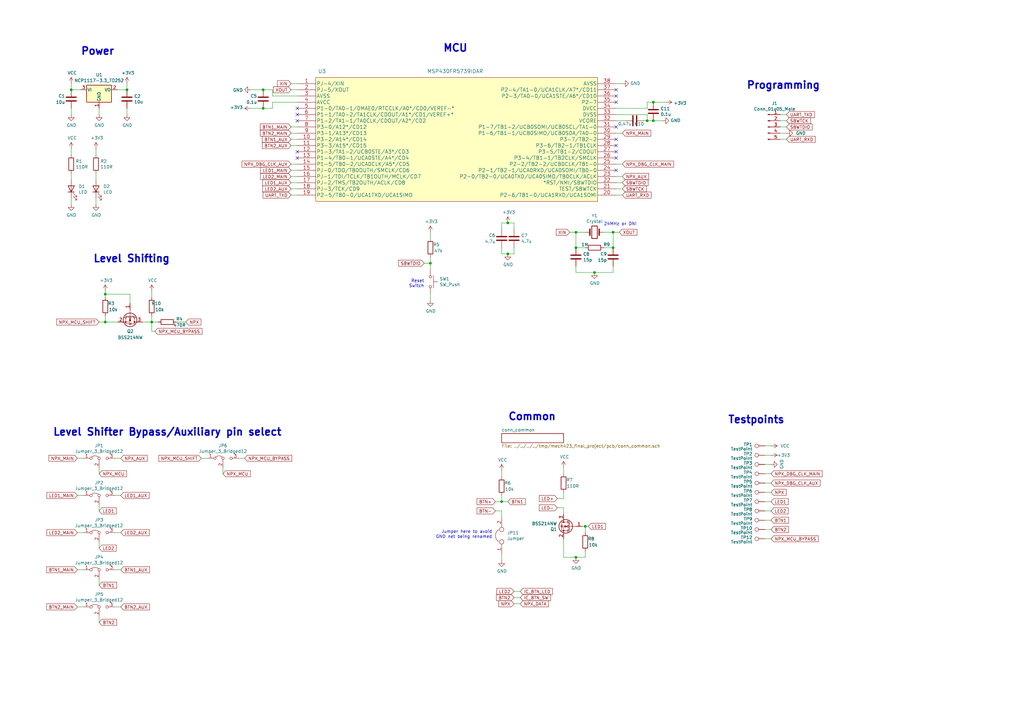
<source format=kicad_sch>
(kicad_sch (version 20230121) (generator eeschema)
  (paper "A3")
  (lib_symbols
    (symbol "Connector:TestPoint" (pin_numbers hide) (pin_names (offset 0.762) hide)
      (property "Reference" "TP" (at 0 6.858 0))
      (property "Value" "TestPoint" (at 0 5.08 0))
      (symbol "TestPoint_0_1"
        (circle (center 0 3.302) (radius 0.762))
      )
      (symbol "TestPoint_1_1"
        (pin passive line (at 0 0 90) (length 2.54) (name "1") (number "1"))
      )
    )
    (symbol "Device:C" (pin_numbers hide) (pin_names (offset 0.254))
      (property "Reference" "C" (at 0.635 2.54 0))
      (property "Value" "C" (at 0.635 -2.54 0))
      (symbol "C_0_1"
        (polyline (pts (xy -2.032 -0.762) (xy 2.032 -0.762)) (stroke (width 0.508)))
        (polyline (pts (xy -2.032 0.762) (xy 2.032 0.762)) (stroke (width 0.508)))
      )
      (symbol "C_1_1"
        (pin passive line (at 0 3.81 270) (length 2.794) (name "~") (number "1"))
        (pin passive line (at 0 -3.81 90) (length 2.794) (name "~") (number "2"))
      )
    )
    (symbol "Device:Crystal" (pin_numbers hide) (pin_names (offset 1.016) hide)
      (property "Reference" "Y" (at 0 3.81 0))
      (property "Value" "Crystal" (at 0 -3.81 0))
      (symbol "Crystal_0_1"
        (rectangle (start -1.143 2.54) (end 1.143 -2.54) (stroke (width 0.3048)))
        (polyline (pts (xy -2.54 0) (xy -1.905 0)))
        (polyline (pts (xy -1.905 -1.27) (xy -1.905 1.27)) (stroke (width 0.508)))
        (polyline (pts (xy 1.905 -1.27) (xy 1.905 1.27)) (stroke (width 0.508)))
        (polyline (pts (xy 2.54 0) (xy 1.905 0)))
      )
      (symbol "Crystal_1_1"
        (pin passive line (at -3.81 0 0) (length 1.27) (name "1") (number "1"))
        (pin passive line (at 3.81 0 180) (length 1.27) (name "2") (number "2"))
      )
    )
    (symbol "Device:LED" (pin_numbers hide) (pin_names (offset 1.016) hide)
      (property "Reference" "D" (at 0 2.54 0))
      (property "Value" "LED" (at 0 -2.54 0))
      (symbol "LED_0_1"
        (polyline (pts (xy -1.27 -1.27) (xy -1.27 1.27)) (stroke (width 0.254)))
        (polyline (pts (xy -1.27 0) (xy 1.27 0)))
        (polyline (pts (xy 1.27 -1.27) (xy 1.27 1.27) (xy -1.27 0) (xy 1.27 -1.27)) (stroke (width 0.254)))
        (polyline (pts (xy -3.048 -0.762) (xy -4.572 -2.286) (xy -3.81 -2.286) (xy -4.572 -2.286) (xy -4.572 -1.524)))
        (polyline (pts (xy -1.778 -0.762) (xy -3.302 -2.286) (xy -2.54 -2.286) (xy -3.302 -2.286) (xy -3.302 -1.524)))
      )
      (symbol "LED_1_1"
        (pin passive line (at -3.81 0 0) (length 2.54) (name "K") (number "1"))
        (pin passive line (at 3.81 0 180) (length 2.54) (name "A") (number "2"))
      )
    )
    (symbol "Device:R" (pin_numbers hide) (pin_names (offset 0))
      (property "Reference" "R" (at 2.032 0 90))
      (property "Value" "R" (at 0 0 90))
      (symbol "R_0_1"
        (rectangle (start -1.016 -2.54) (end 1.016 2.54) (stroke (width 0.254)))
      )
      (symbol "R_1_1"
        (pin passive line (at 0 3.81 270) (length 1.27) (name "~") (number "1"))
        (pin passive line (at 0 -3.81 90) (length 1.27) (name "~") (number "2"))
      )
    )
    (symbol "Regulator_Linear:NCP1117-3.3_TO252" (pin_names (offset 0.254))
      (property "Reference" "U" (at -3.81 3.175 0))
      (property "Value" "NCP1117-3.3_TO252" (at 0 3.175 0))
      (symbol "NCP1117-3.3_TO252_0_1"
        (rectangle (start -5.08 1.905) (end 5.08 -5.08) (stroke (width 0.254)) (fill (type background)))
      )
      (symbol "NCP1117-3.3_TO252_1_1"
        (pin power_in line (at 0 -7.62 90) (length 2.54) (name "GND") (number "1"))
        (pin power_out line (at 7.62 0 180) (length 2.54) (name "VO") (number "2"))
        (pin power_in line (at -7.62 0 0) (length 2.54) (name "VI") (number "3"))
      )
    )
    (symbol "Switch:SW_Push" (pin_numbers hide) (pin_names (offset 1.016) hide)
      (property "Reference" "SW" (at 1.27 2.54 0))
      (property "Value" "SW_Push" (at 0 -1.524 0))
      (symbol "SW_Push_0_1"
        (circle (center -2.032 0) (radius 0.508))
        (polyline (pts (xy 0 1.27) (xy 0 3.048)))
        (polyline (pts (xy 2.54 1.27) (xy -2.54 1.27)))
        (circle (center 2.032 0) (radius 0.508))
        (pin passive line (at -5.08 0 0) (length 2.54) (name "1") (number "1"))
        (pin passive line (at 5.08 0 180) (length 2.54) (name "2") (number "2"))
      )
    )
    (symbol "Transistor_FET:BSS214NW" (pin_names hide)
      (property "Reference" "Q" (at 5.08 1.905 0))
      (property "Value" "BSS214NW" (at 5.08 0 0))
      (symbol "BSS214NW_0_1"
        (polyline (pts (xy 0.254 0) (xy -2.54 0)))
        (polyline (pts (xy 0.254 1.905) (xy 0.254 -1.905)) (stroke (width 0.254)))
        (polyline (pts (xy 0.762 -1.27) (xy 0.762 -2.286)) (stroke (width 0.254)))
        (polyline (pts (xy 0.762 0.508) (xy 0.762 -0.508)) (stroke (width 0.254)))
        (polyline (pts (xy 0.762 2.286) (xy 0.762 1.27)) (stroke (width 0.254)))
        (polyline (pts (xy 2.54 2.54) (xy 2.54 1.778)))
        (polyline (pts (xy 2.54 -2.54) (xy 2.54 0) (xy 0.762 0)))
        (polyline (pts (xy 0.762 -1.778) (xy 3.302 -1.778) (xy 3.302 1.778) (xy 0.762 1.778)))
        (polyline (pts (xy 1.016 0) (xy 2.032 0.381) (xy 2.032 -0.381) (xy 1.016 0)) (fill (type outline)))
        (polyline (pts (xy 2.794 0.508) (xy 2.921 0.381) (xy 3.683 0.381) (xy 3.81 0.254)))
        (polyline (pts (xy 3.302 0.381) (xy 2.921 -0.254) (xy 3.683 -0.254) (xy 3.302 0.381)))
        (circle (center 1.651 0) (radius 2.794) (stroke (width 0.254)))
        (circle (center 2.54 -1.778) (radius 0.254) (fill (type outline)))
        (circle (center 2.54 1.778) (radius 0.254) (fill (type outline)))
      )
      (symbol "BSS214NW_1_1"
        (pin input line (at -5.08 0 0) (length 2.54) (name "G") (number "1"))
        (pin passive line (at 2.54 -5.08 90) (length 2.54) (name "S") (number "2"))
        (pin passive line (at 2.54 5.08 270) (length 2.54) (name "D") (number "3"))
      )
    )
    (symbol "logic_handle-rescue:Conn_01x05_Male-Connector" (pin_names (offset 1.016) hide)
      (property "Reference" "J" (at 0 7.62 0))
      (property "Value" "Connector_Conn_01x05_Male" (at 0 -7.62 0))
      (symbol "Conn_01x05_Male-Connector_1_1"
        (polyline (pts (xy 1.27 -5.08) (xy 0.8636 -5.08)) (stroke (width 0.1524)))
        (polyline (pts (xy 1.27 -2.54) (xy 0.8636 -2.54)) (stroke (width 0.1524)))
        (polyline (pts (xy 1.27 0) (xy 0.8636 0)) (stroke (width 0.1524)))
        (polyline (pts (xy 1.27 2.54) (xy 0.8636 2.54)) (stroke (width 0.1524)))
        (polyline (pts (xy 1.27 5.08) (xy 0.8636 5.08)) (stroke (width 0.1524)))
        (rectangle (start 0.8636 -4.953) (end 0 -5.207) (stroke (width 0.1524)) (fill (type outline)))
        (rectangle (start 0.8636 -2.413) (end 0 -2.667) (stroke (width 0.1524)) (fill (type outline)))
        (rectangle (start 0.8636 0.127) (end 0 -0.127) (stroke (width 0.1524)) (fill (type outline)))
        (rectangle (start 0.8636 2.667) (end 0 2.413) (stroke (width 0.1524)) (fill (type outline)))
        (rectangle (start 0.8636 5.207) (end 0 4.953) (stroke (width 0.1524)) (fill (type outline)))
        (pin passive line (at 5.08 5.08 180) (length 3.81) (name "Pin_1") (number "1"))
        (pin passive line (at 5.08 2.54 180) (length 3.81) (name "Pin_2") (number "2"))
        (pin passive line (at 5.08 0 180) (length 3.81) (name "Pin_3") (number "3"))
        (pin passive line (at 5.08 -2.54 180) (length 3.81) (name "Pin_4") (number "4"))
        (pin passive line (at 5.08 -5.08 180) (length 3.81) (name "Pin_5") (number "5"))
      )
    )
    (symbol "logic_handle-rescue:Jumper-Device" (pin_names (offset 0.762) hide)
      (property "Reference" "JP" (at 0 3.81 0))
      (property "Value" "Device_Jumper" (at 0 -2.032 0))
      (symbol "Jumper-Device_0_1"
        (circle (center -2.54 0) (radius 0.889))
        (arc (start 2.5146 1.27) (mid 0.0078 2.5097) (end -2.4892 1.27))
        (circle (center 2.54 0) (radius 0.889))
        (pin passive line (at -7.62 0 0) (length 4.191) (name "1") (number "1"))
        (pin passive line (at 7.62 0 180) (length 4.191) (name "2") (number "2"))
      )
    )
    (symbol "logic_handle-rescue:Jumper_3_Bridged12-Jumper" (pin_names (offset 0) hide)
      (property "Reference" "JP" (at -2.54 -2.54 0))
      (property "Value" "Jumper_Jumper_3_Bridged12" (at 0 2.794 0))
      (symbol "Jumper_3_Bridged12-Jumper_0_0"
        (circle (center -3.302 0) (radius 0.508))
        (circle (center 0 0) (radius 0.508))
        (circle (center 3.302 0) (radius 0.508))
      )
      (symbol "Jumper_3_Bridged12-Jumper_0_1"
        (arc (start -0.254 0.508) (mid -1.651 0.9912) (end -3.048 0.508))
        (polyline (pts (xy 0 -1.27) (xy 0 -0.508)))
      )
      (symbol "Jumper_3_Bridged12-Jumper_1_1"
        (pin passive line (at -6.35 0 0) (length 2.54) (name "A") (number "1"))
        (pin input line (at 0 -3.81 90) (length 2.54) (name "C") (number "2"))
        (pin passive line (at 6.35 0 180) (length 2.54) (name "B") (number "3"))
      )
    )
    (symbol "logic_handle-rescue:MSP430FR5739IDAR-gigahawk" (pin_names (offset 0.254))
      (property "Reference" "U" (at 0 5.08 0))
      (property "Value" "gigahawk_MSP430FR5739IDAR" (at 0 2.54 0))
      (symbol "MSP430FR5739IDAR-gigahawk_1_1"
        (rectangle (start -57.15 0) (end 58.42 -50.8) (fill (type background)))
        (pin bidirectional line (at -64.77 -2.54 0) (length 7.62) (name "PJ-4/XIN") (number "1"))
        (pin bidirectional line (at -64.77 -25.4 0) (length 7.62) (name "P3-2/A14*/CD14") (number "10"))
        (pin bidirectional line (at -64.77 -27.94 0) (length 7.62) (name "P3-3/A15*/CD15") (number "11"))
        (pin bidirectional line (at -64.77 -30.48 0) (length 7.62) (name "P1-3/TA1-2/UCB0STE/A3*/CD3") (number "12"))
        (pin bidirectional line (at -64.77 -33.02 0) (length 7.62) (name "P1-4/TB0-1/UCA0STE/A4*/CD4") (number "13"))
        (pin bidirectional line (at -64.77 -35.56 0) (length 7.62) (name "P1-5/TB0-2/UCA0CLK/A5*/CD5") (number "14"))
        (pin bidirectional line (at -64.77 -38.1 0) (length 7.62) (name "PJ-0/TDO/TB0OUTH/SMCLK/CD6") (number "15"))
        (pin bidirectional line (at -64.77 -40.64 0) (length 7.62) (name "PJ-1/TDI/TCLK/TB1OUTH/MCLK/CD7") (number "16"))
        (pin bidirectional line (at -64.77 -43.18 0) (length 7.62) (name "PJ-2/TMS/TB2OUTH/ACLK/CD8") (number "17"))
        (pin bidirectional line (at -64.77 -45.72 0) (length 7.62) (name "PJ-3/TCK/CD9") (number "18"))
        (pin bidirectional line (at -64.77 -48.26 0) (length 7.62) (name "P2-5/TB0-0/UCA1TXD/UCA1SIMO") (number "19"))
        (pin bidirectional line (at -64.77 -5.08 0) (length 7.62) (name "PJ-5/XOUT") (number "2"))
        (pin bidirectional line (at 66.04 -48.26 180) (length 7.62) (name "P2-6/TB1-0/UCA1RXD/UCA1SOMI") (number "20"))
        (pin bidirectional line (at 66.04 -45.72 180) (length 7.62) (name "TEST/SBWTCK") (number "21"))
        (pin bidirectional line (at 66.04 -43.18 180) (length 7.62) (name "*RST/NMI/SBWTDIO") (number "22"))
        (pin bidirectional line (at 66.04 -40.64 180) (length 7.62) (name "P2-0/TB2-0/UCA0TXD/UCA0SIMO/TB0CLK/ACLK") (number "23"))
        (pin bidirectional line (at 66.04 -38.1 180) (length 7.62) (name "P2-1/TB2-1/UCA0RXD/UCA0SOMI/TB0-0") (number "24"))
        (pin bidirectional line (at 66.04 -35.56 180) (length 7.62) (name "P2-2/TB2-2/UCB0CLK/TB1-0") (number "25"))
        (pin bidirectional line (at 66.04 -33.02 180) (length 7.62) (name "P3-4/TB1-1/TB2CLK/SMCLK") (number "26"))
        (pin bidirectional line (at 66.04 -30.48 180) (length 7.62) (name "P3-5/TB1-2/CDOUT") (number "27"))
        (pin bidirectional line (at 66.04 -27.94 180) (length 7.62) (name "P3-6/TB2-1/TB1CLK") (number "28"))
        (pin bidirectional line (at 66.04 -25.4 180) (length 7.62) (name "P3-7/TB2-2") (number "29"))
        (pin power_in line (at -64.77 -7.62 0) (length 7.62) (name "AVSS") (number "3"))
        (pin bidirectional line (at 66.04 -22.86 180) (length 7.62) (name "P1-6/TB1-1/UCB0SIMO/UCB0SDA/TA0-0") (number "30"))
        (pin bidirectional line (at 66.04 -20.32 180) (length 7.62) (name "P1-7/TB1-2/UCB0SOMI/UCB0SCL/TA1-0") (number "31"))
        (pin power_in line (at 66.04 -17.78 180) (length 7.62) (name "VCORE") (number "32"))
        (pin power_in line (at 66.04 -15.24 180) (length 7.62) (name "DVSS") (number "33"))
        (pin power_in line (at 66.04 -12.7 180) (length 7.62) (name "DVCC") (number "34"))
        (pin bidirectional line (at 66.04 -10.16 180) (length 7.62) (name "P2-7") (number "35"))
        (pin bidirectional line (at 66.04 -7.62 180) (length 7.62) (name "P2-3/TA0-0/UCA1STE/A6*/CD10") (number "36"))
        (pin bidirectional line (at 66.04 -5.08 180) (length 7.62) (name "P2-4/TA1-0/UCA1CLK/A7*/CD11") (number "37"))
        (pin power_in line (at 66.04 -2.54 180) (length 7.62) (name "AVSS") (number "38"))
        (pin power_in line (at -64.77 -10.16 0) (length 7.62) (name "AVCC") (number "4"))
        (pin bidirectional line (at -64.77 -12.7 0) (length 7.62) (name "P1-0/TA0-1/DMAE0/RTCCLK/A0*/CD0/VEREF-*") (number "5"))
        (pin bidirectional line (at -64.77 -15.24 0) (length 7.62) (name "P1-1/TA0-2/TA1CLK/CDOUT/A1*/CD1/VEREF+*") (number "6"))
        (pin bidirectional line (at -64.77 -17.78 0) (length 7.62) (name "P1-2/TA1-1/TA0CLK/CDOUT/A2*/CD2") (number "7"))
        (pin bidirectional line (at -64.77 -20.32 0) (length 7.62) (name "P3-0/A12*/CD12") (number "8"))
        (pin bidirectional line (at -64.77 -22.86 0) (length 7.62) (name "P3-1/A13*/CD13") (number "9"))
      )
    )
    (symbol "power:+3V3" (power) (pin_names (offset 0))
      (property "Value" "+3V3" (at 0 3.556 0))
      (symbol "+3V3_0_1"
        (polyline (pts (xy -0.762 1.27) (xy 0 2.54)))
        (polyline (pts (xy 0 0) (xy 0 2.54)))
        (polyline (pts (xy 0 2.54) (xy 0.762 1.27)))
      )
      (symbol "+3V3_1_1"
        (pin power_in line (at 0 0 90) (length 0) hide (name "+3V3") (number "1"))
      )
    )
    (symbol "power:GND" (power) (pin_names (offset 0))
      (property "Value" "GND" (at 0 -3.81 0))
      (symbol "GND_0_1"
        (polyline (pts (xy 0 0) (xy 0 -1.27) (xy 1.27 -1.27) (xy 0 -2.54) (xy -1.27 -1.27) (xy 0 -1.27)))
      )
      (symbol "GND_1_1"
        (pin power_in line (at 0 0 270) (length 0) hide (name "GND") (number "1"))
      )
    )
    (symbol "power:VCC" (power) (pin_names (offset 0))
      (property "Value" "VCC" (at 0 3.81 0))
      (symbol "VCC_0_1"
        (polyline (pts (xy -0.762 1.27) (xy 0 2.54)))
        (polyline (pts (xy 0 0) (xy 0 2.54)))
        (polyline (pts (xy 0 2.54) (xy 0.762 1.27)))
      )
      (symbol "VCC_1_1"
        (pin power_in line (at 0 0 90) (length 0) hide (name "VCC") (number "1"))
      )
    )
  )
  (junction (at 107.95 36.83))
  (junction (at 236.22 101.6))
  (junction (at 208.28 104.14))
  (junction (at 205.74 205.74))
  (junction (at 236.22 95.25))
  (junction (at 107.95 44.45))
  (junction (at 62.23 132.08))
  (junction (at 29.21 36.83))
  (junction (at 43.18 132.08))
  (junction (at 236.22 228.6))
  (junction (at 176.53 107.95))
  (junction (at 251.46 95.25))
  (junction (at 251.46 101.6))
  (junction (at 208.28 91.44))
  (junction (at 267.97 49.53))
  (junction (at 52.07 36.83))
  (junction (at 265.43 49.53))
  (junction (at 43.18 120.65))
  (junction (at 267.97 41.91))
  (junction (at 243.84 111.76))
  (junction (at 240.03 215.9))
  (no_connect (at 252.73 36.83))
  (no_connect (at 121.92 46.99))
  (no_connect (at 121.92 49.53))
  (no_connect (at 121.92 62.23))
  (no_connect (at 252.73 52.07))
  (no_connect (at 121.92 64.77))
  (no_connect (at 252.73 59.69))
  (no_connect (at 121.92 44.45))
  (no_connect (at 252.73 41.91))
  (no_connect (at 252.73 57.15))
  (no_connect (at 252.73 69.85))
  (no_connect (at 252.73 39.37))
  (no_connect (at 252.73 64.77))
  (no_connect (at 252.73 62.23))
  (wire (pts (xy 231.14 208.28) (xy 231.14 210.82)))
  (wire (pts (xy 255.27 77.47) (xy 252.73 77.47)))
  (wire (pts (xy 256.54 49.53) (xy 252.73 49.53)))
  (wire (pts (xy 107.95 44.45) (xy 111.76 44.45)))
  (wire (pts (xy 62.23 121.92) (xy 62.23 119.38)))
  (wire (pts (xy 316.23 201.93) (xy 313.69 201.93)))
  (wire (pts (xy 205.74 93.98) (xy 205.74 91.44)))
  (wire (pts (xy 52.07 46.99) (xy 52.07 44.45)))
  (wire (pts (xy 252.73 46.99) (xy 265.43 46.99)))
  (wire (pts (xy 119.38 54.61) (xy 121.92 54.61)))
  (wire (pts (xy 111.76 41.91) (xy 111.76 44.45)))
  (wire (pts (xy 31.75 203.2) (xy 34.29 203.2)))
  (wire (pts (xy 62.23 132.08) (xy 58.42 132.08)))
  (wire (pts (xy 265.43 46.99) (xy 265.43 49.53)))
  (wire (pts (xy 316.23 217.17) (xy 313.69 217.17)))
  (wire (pts (xy 267.97 41.91) (xy 273.05 41.91)))
  (wire (pts (xy 49.53 233.68) (xy 46.99 233.68)))
  (wire (pts (xy 119.38 59.69) (xy 121.92 59.69)))
  (wire (pts (xy 208.28 104.14) (xy 205.74 104.14)))
  (wire (pts (xy 119.38 72.39) (xy 121.92 72.39)))
  (wire (pts (xy 176.53 107.95) (xy 176.53 110.49)))
  (wire (pts (xy 322.58 54.61) (xy 320.04 54.61)))
  (wire (pts (xy 40.64 191.77) (xy 40.64 194.31)))
  (wire (pts (xy 100.33 187.96) (xy 97.79 187.96)))
  (wire (pts (xy 43.18 121.92) (xy 43.18 120.65)))
  (wire (pts (xy 119.38 80.01) (xy 121.92 80.01)))
  (wire (pts (xy 121.92 67.31) (xy 119.38 67.31)))
  (wire (pts (xy 236.22 95.25) (xy 236.22 101.6)))
  (wire (pts (xy 316.23 190.5) (xy 313.69 190.5)))
  (wire (pts (xy 107.95 36.83) (xy 111.76 36.83)))
  (wire (pts (xy 40.64 255.27) (xy 40.64 252.73)))
  (wire (pts (xy 49.53 187.96) (xy 46.99 187.96)))
  (wire (pts (xy 205.74 195.58) (xy 205.74 193.04)))
  (wire (pts (xy 176.53 95.25) (xy 176.53 97.79)))
  (wire (pts (xy 210.82 104.14) (xy 210.82 101.6)))
  (wire (pts (xy 265.43 41.91) (xy 267.97 41.91)))
  (wire (pts (xy 119.38 57.15) (xy 121.92 57.15)))
  (wire (pts (xy 231.14 204.47) (xy 231.14 201.93)))
  (wire (pts (xy 255.27 74.93) (xy 252.73 74.93)))
  (wire (pts (xy 52.07 36.83) (xy 52.07 34.29)))
  (wire (pts (xy 40.64 224.79) (xy 40.64 222.25)))
  (wire (pts (xy 119.38 52.07) (xy 121.92 52.07)))
  (wire (pts (xy 313.69 194.31) (xy 316.23 194.31)))
  (wire (pts (xy 231.14 194.31) (xy 231.14 191.77)))
  (wire (pts (xy 40.64 132.08) (xy 43.18 132.08)))
  (wire (pts (xy 267.97 49.53) (xy 271.78 49.53)))
  (wire (pts (xy 43.18 129.54) (xy 43.18 132.08)))
  (wire (pts (xy 252.73 80.01) (xy 255.27 80.01)))
  (wire (pts (xy 265.43 49.53) (xy 267.97 49.53)))
  (wire (pts (xy 31.75 248.92) (xy 34.29 248.92)))
  (wire (pts (xy 53.34 124.46) (xy 53.34 120.65)))
  (wire (pts (xy 236.22 228.6) (xy 240.03 228.6)))
  (wire (pts (xy 64.77 132.08) (xy 62.23 132.08)))
  (wire (pts (xy 48.26 36.83) (xy 52.07 36.83)))
  (wire (pts (xy 119.38 36.83) (xy 121.92 36.83)))
  (wire (pts (xy 119.38 74.93) (xy 121.92 74.93)))
  (wire (pts (xy 316.23 213.36) (xy 313.69 213.36)))
  (wire (pts (xy 205.74 229.87) (xy 205.74 227.33)))
  (wire (pts (xy 39.37 83.82) (xy 39.37 81.28)))
  (wire (pts (xy 176.53 107.95) (xy 173.99 107.95)))
  (wire (pts (xy 31.75 187.96) (xy 34.29 187.96)))
  (wire (pts (xy 40.64 209.55) (xy 40.64 207.01)))
  (wire (pts (xy 322.58 49.53) (xy 320.04 49.53)))
  (wire (pts (xy 43.18 120.65) (xy 43.18 119.38)))
  (wire (pts (xy 316.23 205.74) (xy 313.69 205.74)))
  (wire (pts (xy 252.73 44.45) (xy 265.43 44.45)))
  (wire (pts (xy 40.64 46.99) (xy 40.64 44.45)))
  (wire (pts (xy 243.84 111.76) (xy 236.22 111.76)))
  (wire (pts (xy 49.53 203.2) (xy 46.99 203.2)))
  (wire (pts (xy 119.38 77.47) (xy 121.92 77.47)))
  (wire (pts (xy 265.43 44.45) (xy 265.43 41.91)))
  (wire (pts (xy 119.38 34.29) (xy 121.92 34.29)))
  (wire (pts (xy 322.58 46.99) (xy 320.04 46.99)))
  (wire (pts (xy 43.18 132.08) (xy 48.26 132.08)))
  (wire (pts (xy 208.28 205.74) (xy 205.74 205.74)))
  (wire (pts (xy 255.27 72.39) (xy 252.73 72.39)))
  (wire (pts (xy 49.53 248.92) (xy 46.99 248.92)))
  (wire (pts (xy 322.58 52.07) (xy 320.04 52.07)))
  (wire (pts (xy 228.6 204.47) (xy 231.14 204.47)))
  (wire (pts (xy 240.03 228.6) (xy 240.03 226.06)))
  (wire (pts (xy 62.23 135.89) (xy 63.5 135.89)))
  (wire (pts (xy 82.55 187.96) (xy 85.09 187.96)))
  (wire (pts (xy 240.03 218.44) (xy 240.03 215.9)))
  (wire (pts (xy 213.36 247.65) (xy 210.82 247.65)))
  (wire (pts (xy 205.74 104.14) (xy 205.74 101.6)))
  (wire (pts (xy 255.27 34.29) (xy 252.73 34.29)))
  (wire (pts (xy 243.84 111.76) (xy 251.46 111.76)))
  (wire (pts (xy 205.74 209.55) (xy 205.74 212.09)))
  (wire (pts (xy 251.46 111.76) (xy 251.46 109.22)))
  (wire (pts (xy 29.21 63.5) (xy 29.21 60.96)))
  (wire (pts (xy 203.2 209.55) (xy 205.74 209.55)))
  (wire (pts (xy 210.82 91.44) (xy 210.82 93.98)))
  (wire (pts (xy 247.65 101.6) (xy 251.46 101.6)))
  (wire (pts (xy 205.74 205.74) (xy 205.74 203.2)))
  (wire (pts (xy 316.23 209.55) (xy 313.69 209.55)))
  (wire (pts (xy 203.2 205.74) (xy 205.74 205.74)))
  (wire (pts (xy 264.16 49.53) (xy 265.43 49.53)))
  (wire (pts (xy 316.23 186.69) (xy 313.69 186.69)))
  (wire (pts (xy 31.75 218.44) (xy 34.29 218.44)))
  (wire (pts (xy 233.68 95.25) (xy 236.22 95.25)))
  (wire (pts (xy 176.53 123.19) (xy 176.53 120.65)))
  (wire (pts (xy 121.92 39.37) (xy 111.76 39.37)))
  (wire (pts (xy 102.87 36.83) (xy 107.95 36.83)))
  (wire (pts (xy 111.76 39.37) (xy 111.76 36.83)))
  (wire (pts (xy 91.44 194.31) (xy 91.44 191.77)))
  (wire (pts (xy 210.82 242.57) (xy 213.36 242.57)))
  (wire (pts (xy 316.23 220.98) (xy 313.69 220.98)))
  (wire (pts (xy 228.6 208.28) (xy 231.14 208.28)))
  (wire (pts (xy 72.39 132.08) (xy 76.2 132.08)))
  (wire (pts (xy 254 95.25) (xy 251.46 95.25)))
  (wire (pts (xy 176.53 105.41) (xy 176.53 107.95)))
  (wire (pts (xy 29.21 83.82) (xy 29.21 81.28)))
  (wire (pts (xy 119.38 69.85) (xy 121.92 69.85)))
  (wire (pts (xy 240.03 215.9) (xy 241.3 215.9)))
  (wire (pts (xy 322.58 57.15) (xy 320.04 57.15)))
  (wire (pts (xy 210.82 245.11) (xy 213.36 245.11)))
  (wire (pts (xy 240.03 95.25) (xy 236.22 95.25)))
  (wire (pts (xy 53.34 120.65) (xy 43.18 120.65)))
  (wire (pts (xy 255.27 67.31) (xy 252.73 67.31)))
  (wire (pts (xy 39.37 60.96) (xy 39.37 63.5)))
  (wire (pts (xy 231.14 228.6) (xy 236.22 228.6)))
  (wire (pts (xy 251.46 101.6) (xy 251.46 95.25)))
  (wire (pts (xy 121.92 41.91) (xy 111.76 41.91)))
  (wire (pts (xy 29.21 46.99) (xy 29.21 44.45)))
  (wire (pts (xy 102.87 44.45) (xy 107.95 44.45)))
  (wire (pts (xy 236.22 101.6) (xy 240.03 101.6)))
  (wire (pts (xy 62.23 132.08) (xy 62.23 135.89)))
  (wire (pts (xy 205.74 91.44) (xy 208.28 91.44)))
  (wire (pts (xy 208.28 104.14) (xy 210.82 104.14)))
  (wire (pts (xy 231.14 220.98) (xy 231.14 228.6)))
  (wire (pts (xy 49.53 218.44) (xy 46.99 218.44)))
  (wire (pts (xy 40.64 240.03) (xy 40.64 237.49)))
  (wire (pts (xy 238.76 215.9) (xy 240.03 215.9)))
  (wire (pts (xy 316.23 198.12) (xy 313.69 198.12)))
  (wire (pts (xy 236.22 111.76) (xy 236.22 109.22)))
  (wire (pts (xy 251.46 95.25) (xy 247.65 95.25)))
  (wire (pts (xy 29.21 36.83) (xy 29.21 34.29)))
  (wire (pts (xy 208.28 91.44) (xy 210.82 91.44)))
  (wire (pts (xy 62.23 129.54) (xy 62.23 132.08)))
  (wire (pts (xy 29.21 36.83) (xy 33.02 36.83)))
  (wire (pts (xy 39.37 73.66) (xy 39.37 71.12)))
  (wire (pts (xy 31.75 233.68) (xy 34.29 233.68)))
  (wire (pts (xy 316.23 182.88) (xy 313.69 182.88)))
  (wire (pts (xy 29.21 73.66) (xy 29.21 71.12)))
  (wire (pts (xy 255.27 54.61) (xy 252.73 54.61)))
  (text "Reset\nSwitch" (at 173.99 118.11 0) (effects (font (size 1.27 1.27)) (justify right bottom)))
  (text "Level Shifter Bypass/Auxiliary pin select" (at 21.59 179.07 0) (effects (font (size 2.9972 2.9972) (thickness 0.5994) bold) (justify left bottom)))
  (text "Jumper here to avoid\nGND net being renamed" (at 201.93 220.98 0) (effects (font (size 1.27 1.27)) (justify right bottom)))
  (text "Power" (at 33.02 22.86 0) (effects (font (size 2.9972 2.9972) (thickness 0.5994) bold) (justify left bottom)))
  (text "Testpoints" (at 298.45 173.99 0) (effects (font (size 2.9972 2.9972) (thickness 0.5994) bold) (justify left bottom)))
  (text "Programming" (at 306.07 36.83 0) (effects (font (size 2.9972 2.9972) (thickness 0.5994) bold) (justify left bottom)))
  (text "Level Shifting" (at 38.1 107.95 0) (effects (font (size 2.9972 2.9972) (thickness 0.5994) bold) (justify left bottom)))
  (text "MCU" (at 181.61 21.59 0) (effects (font (size 2.9972 2.9972) (thickness 0.5994) bold) (justify left bottom)))
  (text "Common" (at 208.28 172.72 0) (effects (font (size 2.9972 2.9972) (thickness 0.5994) bold) (justify left bottom)))
  (text "24MHz or DNI" (at 247.65 92.71 0) (effects (font (size 1.27 1.27)) (justify left bottom)))
  (global_label "BTN2_MAIN" (shape input) (at 119.38 54.61 180) (property "Intersheetrefs" "${INTERSHEET_REFS}" (effects hide)))
  (global_label "NPX_MAIN" (shape input) (at 255.27 54.61 0) (property "Intersheetrefs" "${INTERSHEET_REFS}" (effects hide)))
  (global_label "NPX_MCU_BYPASS" (shape input) (at 63.5 135.89 0) (property "Intersheetrefs" "${INTERSHEET_REFS}" (effects hide)))
  (global_label "BTN2" (shape input) (at 40.64 255.27 0) (property "Intersheetrefs" "${INTERSHEET_REFS}" (effects hide)))
  (global_label "NPX_AUX" (shape input) (at 255.27 72.39 0) (property "Intersheetrefs" "${INTERSHEET_REFS}" (effects hide)))
  (global_label "BTN2" (shape input) (at 210.82 245.11 180) (property "Intersheetrefs" "${INTERSHEET_REFS}" (effects hide)))
  (global_label "NPX_MAIN" (shape input) (at 31.75 187.96 180) (property "Intersheetrefs" "${INTERSHEET_REFS}" (effects hide)))
  (global_label "NPX_MCU_BYPASS" (shape input) (at 100.33 187.96 0) (property "Intersheetrefs" "${INTERSHEET_REFS}" (effects hide)))
  (global_label "XIN" (shape input) (at 233.68 95.25 180) (property "Intersheetrefs" "${INTERSHEET_REFS}" (effects hide)))
  (global_label "NPX_MCU" (shape input) (at 40.64 194.31 0) (property "Intersheetrefs" "${INTERSHEET_REFS}" (effects hide)))
  (global_label "SBWTDIO" (shape input) (at 322.58 52.07 0) (property "Intersheetrefs" "${INTERSHEET_REFS}" (effects hide)))
  (global_label "NPX" (shape input) (at 210.82 247.65 180) (property "Intersheetrefs" "${INTERSHEET_REFS}" (effects hide)))
  (global_label "SBWTCK" (shape input) (at 255.27 77.47 0) (property "Intersheetrefs" "${INTERSHEET_REFS}" (effects hide)))
  (global_label "NPX_MCU_BYPASS" (shape input) (at 316.23 220.98 0) (property "Intersheetrefs" "${INTERSHEET_REFS}" (effects hide)))
  (global_label "NPX_DBG_CLK_MAIN" (shape input) (at 316.23 194.31 0) (property "Intersheetrefs" "${INTERSHEET_REFS}" (effects hide)))
  (global_label "LED1" (shape input) (at 316.23 205.74 0) (property "Intersheetrefs" "${INTERSHEET_REFS}" (effects hide)))
  (global_label "LED2_MAIN" (shape input) (at 31.75 218.44 180) (property "Intersheetrefs" "${INTERSHEET_REFS}" (effects hide)))
  (global_label "BTN2" (shape input) (at 316.23 217.17 0) (property "Intersheetrefs" "${INTERSHEET_REFS}" (effects hide)))
  (global_label "BTN1" (shape input) (at 40.64 240.03 0) (property "Intersheetrefs" "${INTERSHEET_REFS}" (effects hide)))
  (global_label "BTN-" (shape input) (at 203.2 209.55 180) (property "Intersheetrefs" "${INTERSHEET_REFS}" (effects hide)))
  (global_label "NPX_DBG_CLK_MAIN" (shape input) (at 255.27 67.31 0) (property "Intersheetrefs" "${INTERSHEET_REFS}" (effects hide)))
  (global_label "UART_TXD" (shape input) (at 119.38 80.01 180) (property "Intersheetrefs" "${INTERSHEET_REFS}" (effects hide)))
  (global_label "LED2" (shape input) (at 316.23 209.55 0) (property "Intersheetrefs" "${INTERSHEET_REFS}" (effects hide)))
  (global_label "NPX_DATA" (shape input) (at 213.36 247.65 0) (property "Intersheetrefs" "${INTERSHEET_REFS}" (effects hide)))
  (global_label "XOUT" (shape input) (at 119.38 36.83 180) (property "Intersheetrefs" "${INTERSHEET_REFS}" (effects hide)))
  (global_label "LED2" (shape input) (at 40.64 224.79 0) (property "Intersheetrefs" "${INTERSHEET_REFS}" (effects hide)))
  (global_label "LED1" (shape input) (at 40.64 209.55 0) (property "Intersheetrefs" "${INTERSHEET_REFS}" (effects hide)))
  (global_label "NPX_MCU_SHIFT" (shape input) (at 40.64 132.08 180) (property "Intersheetrefs" "${INTERSHEET_REFS}" (effects hide)))
  (global_label "IC_BTN_SW" (shape input) (at 213.36 245.11 0) (property "Intersheetrefs" "${INTERSHEET_REFS}" (effects hide)))
  (global_label "LED2" (shape input) (at 210.82 242.57 180) (property "Intersheetrefs" "${INTERSHEET_REFS}" (effects hide)))
  (global_label "LED1_MAIN" (shape input) (at 119.38 69.85 180) (property "Intersheetrefs" "${INTERSHEET_REFS}" (effects hide)))
  (global_label "BTN+" (shape input) (at 203.2 205.74 180) (property "Intersheetrefs" "${INTERSHEET_REFS}" (effects hide)))
  (global_label "BTN2_AUX" (shape input) (at 119.38 59.69 180) (property "Intersheetrefs" "${INTERSHEET_REFS}" (effects hide)))
  (global_label "NPX" (shape input) (at 316.23 201.93 0) (property "Intersheetrefs" "${INTERSHEET_REFS}" (effects hide)))
  (global_label "BTN1_MAIN" (shape input) (at 31.75 233.68 180) (property "Intersheetrefs" "${INTERSHEET_REFS}" (effects hide)))
  (global_label "UART_RXD" (shape input) (at 322.58 57.15 0) (property "Intersheetrefs" "${INTERSHEET_REFS}" (effects hide)))
  (global_label "LED1_AUX" (shape input) (at 119.38 74.93 180) (property "Intersheetrefs" "${INTERSHEET_REFS}" (effects hide)))
  (global_label "BTN1_MAIN" (shape input) (at 119.38 52.07 180) (property "Intersheetrefs" "${INTERSHEET_REFS}" (effects hide)))
  (global_label "XIN" (shape input) (at 119.38 34.29 180) (property "Intersheetrefs" "${INTERSHEET_REFS}" (effects hide)))
  (global_label "LED-" (shape input) (at 228.6 208.28 180) (property "Intersheetrefs" "${INTERSHEET_REFS}" (effects hide)))
  (global_label "BTN2_MAIN" (shape input) (at 31.75 248.92 180) (property "Intersheetrefs" "${INTERSHEET_REFS}" (effects hide)))
  (global_label "UART_RXD" (shape input) (at 255.27 80.01 0) (property "Intersheetrefs" "${INTERSHEET_REFS}" (effects hide)))
  (global_label "LED+" (shape input) (at 228.6 204.47 180) (property "Intersheetrefs" "${INTERSHEET_REFS}" (effects hide)))
  (global_label "IC_BTN_LED" (shape input) (at 213.36 242.57 0) (property "Intersheetrefs" "${INTERSHEET_REFS}" (effects hide)))
  (global_label "LED1_MAIN" (shape input) (at 31.75 203.2 180) (property "Intersheetrefs" "${INTERSHEET_REFS}" (effects hide)))
  (global_label "LED2_AUX" (shape input) (at 49.53 218.44 0) (property "Intersheetrefs" "${INTERSHEET_REFS}" (effects hide)))
  (global_label "LED2_AUX" (shape input) (at 119.38 77.47 180) (property "Intersheetrefs" "${INTERSHEET_REFS}" (effects hide)))
  (global_label "BTN1_AUX" (shape input) (at 49.53 233.68 0) (property "Intersheetrefs" "${INTERSHEET_REFS}" (effects hide)))
  (global_label "NPX_DBG_CLK_AUX" (shape input) (at 316.23 198.12 0) (property "Intersheetrefs" "${INTERSHEET_REFS}" (effects hide)))
  (global_label "SBWTDIO" (shape input) (at 255.27 74.93 0) (property "Intersheetrefs" "${INTERSHEET_REFS}" (effects hide)))
  (global_label "NPX_MCU_SHIFT" (shape input) (at 82.55 187.96 180) (property "Intersheetrefs" "${INTERSHEET_REFS}" (effects hide)))
  (global_label "SBWTDIO" (shape input) (at 173.99 107.95 180) (property "Intersheetrefs" "${INTERSHEET_REFS}" (effects hide)))
  (global_label "NPX" (shape input) (at 76.2 132.08 0) (property "Intersheetrefs" "${INTERSHEET_REFS}" (effects hide)))
  (global_label "BTN1" (shape input) (at 208.28 205.74 0) (property "Intersheetrefs" "${INTERSHEET_REFS}" (effects hide)))
  (global_label "BTN1_AUX" (shape input) (at 119.38 57.15 180) (property "Intersheetrefs" "${INTERSHEET_REFS}" (effects hide)))
  (global_label "BTN1" (shape input) (at 316.23 213.36 0) (property "Intersheetrefs" "${INTERSHEET_REFS}" (effects hide)))
  (global_label "XOUT" (shape input) (at 254 95.25 0) (property "Intersheetrefs" "${INTERSHEET_REFS}" (effects hide)))
  (global_label "LED1_AUX" (shape input) (at 49.53 203.2 0) (property "Intersheetrefs" "${INTERSHEET_REFS}" (effects hide)))
  (global_label "LED2_MAIN" (shape input) (at 119.38 72.39 180) (property "Intersheetrefs" "${INTERSHEET_REFS}" (effects hide)))
  (global_label "NPX_AUX" (shape input) (at 49.53 187.96 0) (property "Intersheetrefs" "${INTERSHEET_REFS}" (effects hide)))
  (global_label "LED1" (shape input) (at 241.3 215.9 0) (property "Intersheetrefs" "${INTERSHEET_REFS}" (effects hide)))
  (global_label "NPX_MCU" (shape input) (at 91.44 194.31 0) (property "Intersheetrefs" "${INTERSHEET_REFS}" (effects hide)))
  (global_label "UART_TXD" (shape input) (at 322.58 46.99 0) (property "Intersheetrefs" "${INTERSHEET_REFS}" (effects hide)))
  (global_label "BTN2_AUX" (shape input) (at 49.53 248.92 0) (property "Intersheetrefs" "${INTERSHEET_REFS}" (effects hide)))
  (global_label "SBWTCK" (shape input) (at 322.58 49.53 0) (property "Intersheetrefs" "${INTERSHEET_REFS}" (effects hide)))
  (global_label "NPX_DBG_CLK_AUX" (shape input) (at 119.38 67.31 180) (property "Intersheetrefs" "${INTERSHEET_REFS}" (effects hide)))
  (symbol (lib_id "logic_handle-rescue:Jumper_3_Bridged12-Jumper") (at 40.64 187.96 0) (unit 1)
    (property "Reference" "JP1" (at 40.64 182.7784 0))
    (property "Value" "Jumper_3_Bridged12" (at 40.64 185.0898 0))
    (property "Footprint" "Jumper:SolderJumper-3_P1.3mm_Bridged2Bar12_Pad1.0x1.5mm" (effects hide))
  )
  (symbol (lib_id "logic_handle-rescue:Jumper_3_Bridged12-Jumper") (at 91.44 187.96 0) (unit 1)
    (property "Reference" "JP6" (at 91.44 182.7784 0))
    (property "Value" "Jumper_3_Bridged12" (at 91.44 185.0898 0))
    (property "Footprint" "Jumper:SolderJumper-3_P1.3mm_Bridged2Bar12_Pad1.0x1.5mm" (effects hide))
  )
  (symbol (lib_id "logic_handle-rescue:Jumper_3_Bridged12-Jumper") (at 40.64 203.2 0) (unit 1)
    (property "Reference" "JP2" (at 40.64 198.0184 0))
    (property "Value" "Jumper_3_Bridged12" (at 40.64 200.3298 0))
    (property "Footprint" "Jumper:SolderJumper-3_P1.3mm_Bridged2Bar12_Pad1.0x1.5mm" (effects hide))
  )
  (symbol (lib_id "logic_handle-rescue:Jumper_3_Bridged12-Jumper") (at 40.64 218.44 0) (unit 1)
    (property "Reference" "JP3" (at 40.64 213.2584 0))
    (property "Value" "Jumper_3_Bridged12" (at 40.64 215.5698 0))
    (property "Footprint" "Jumper:SolderJumper-3_P1.3mm_Bridged2Bar12_Pad1.0x1.5mm" (effects hide))
  )
  (symbol (lib_id "Switch:SW_Push") (at 176.53 115.57 270) (unit 1)
    (property "Reference" "SW1" (at 180.2892 114.4016 90) (effects (justify left)))
    (property "Value" "SW_Push" (at 180.2892 116.713 90) (effects (justify left)))
    (property "Footprint" "Button_Switch_SMD:SW_SPST_TL3342" (effects hide))
    (property "Datasheet" "https://sten-eswitch-13110800-production.s3.amazonaws.com/system/asset/product_line/data_sheet/165/TL3342.pdf" (effects hide))
    (property "Digikey" "EG5470CT-ND" (effects hide))
  )
  (symbol (lib_id "power:GND") (at 176.53 123.19 0) (unit 1)
    (property "Reference" "#PWR0116" (effects hide))
    (property "Value" "GND" (at 176.657 127.5842 0))
  )
  (symbol (lib_id "Device:Crystal") (at 243.84 95.25 0) (unit 1)
    (property "Reference" "Y1" (at 243.84 88.4428 0))
    (property "Value" "Crystal" (at 243.84 90.7542 0))
    (property "Footprint" "Gigahawk:Crystal_SMD_AWSZT-CV-2Pin_3.7x3.1mm" (effects hide))
    (property "Datasheet" "https://abracon.com/Resonators/AWSZT-CV.pdf" (effects hide))
    (property "Digikey" "535-10028-2-ND" (effects hide))
  )
  (symbol (lib_id "Device:R") (at 243.84 101.6 90) (unit 1)
    (property "Reference" "R9" (at 250.19 100.33 90) (effects (justify left)))
    (property "Value" "1M" (at 241.3 100.33 90) (effects (justify left)))
    (property "Footprint" "Resistor_SMD:R_0805_2012Metric" (effects hide))
    (property "Datasheet" "https://www.te.com/commerce/DocumentDelivery/DDEController?Action=srchrtrv&DocNm=1773204&DocType=DS&DocLang=English" (effects hide))
    (property "Digikey" "A106058CT-ND" (effects hide))
  )
  (symbol (lib_id "Device:C") (at 236.22 105.41 0) (unit 1)
    (property "Reference" "C8" (at 239.141 104.2416 0) (effects (justify left)))
    (property "Value" "15p" (at 239.141 106.553 0) (effects (justify left)))
    (property "Footprint" "Capacitor_SMD:C_0805_2012Metric" (effects hide))
    (property "Datasheet" "https://datasheets.kyocera-avx.com/C0GNP0-Dielectric.pdf" (effects hide))
    (property "Digikey" "478-1306-1-ND" (effects hide))
  )
  (symbol (lib_id "Device:C") (at 251.46 105.41 180) (unit 1)
    (property "Reference" "C9" (at 248.92 104.14 0) (effects (justify left)))
    (property "Value" "15p" (at 248.92 106.68 0) (effects (justify left)))
    (property "Footprint" "Capacitor_SMD:C_0805_2012Metric" (effects hide))
    (property "Datasheet" "https://datasheets.kyocera-avx.com/C0GNP0-Dielectric.pdf" (effects hide))
    (property "Digikey" "478-1306-1-ND" (effects hide))
  )
  (symbol (lib_id "power:GND") (at 243.84 111.76 0) (unit 1)
    (property "Reference" "#PWR0117" (effects hide))
    (property "Value" "GND" (at 243.967 116.1542 0))
  )
  (symbol (lib_id "power:VCC") (at 29.21 34.29 0) (unit 1)
    (property "Reference" "#PWR01" (effects hide))
    (property "Value" "VCC" (at 29.591 29.8958 0))
  )
  (symbol (lib_id "Regulator_Linear:NCP1117-3.3_TO252") (at 40.64 36.83 0) (unit 1)
    (property "Reference" "U1" (at 40.64 30.6832 0))
    (property "Value" "NCP1117-3.3_TO252" (at 40.64 33.02 0))
    (property "Footprint" "Package_TO_SOT_SMD:TO-252-2" (effects hide))
    (property "Datasheet" "http://www.onsemi.com/pub_link/Collateral/NCP1117-D.PDF" (effects hide))
    (property "Digikey" "NCP1117ST33T3GOSCT-ND" (effects hide))
  )
  (symbol (lib_id "power:GND") (at 40.64 46.99 0) (unit 1)
    (property "Reference" "#PWR07" (effects hide))
    (property "Value" "GND" (at 40.767 51.3842 0))
  )
  (symbol (lib_id "power:+3V3") (at 52.07 34.29 0) (unit 1)
    (property "Reference" "#PWR08" (effects hide))
    (property "Value" "+3V3" (at 52.451 29.8958 0))
  )
  (symbol (lib_id "Device:C") (at 52.07 40.64 0) (unit 1)
    (property "Reference" "C2" (at 54.991 39.4716 0) (effects (justify left)))
    (property "Value" "10u" (at 54.991 41.783 0) (effects (justify left)))
    (property "Footprint" "Capacitor_SMD:C_0805_2012Metric" (effects hide))
    (property "Datasheet" "http://www1.futureelectronics.com/doc/Samsung%20Electro-Mechanics/CL21A106KPFNNNG.pdf" (effects hide))
    (property "Digikey" "1276-6456-1-ND" (effects hide))
  )
  (symbol (lib_id "Device:C") (at 29.21 40.64 180) (unit 1)
    (property "Reference" "C1" (at 26.67 39.37 0) (effects (justify left)))
    (property "Value" "10u" (at 26.67 41.91 0) (effects (justify left)))
    (property "Footprint" "Capacitor_SMD:C_0805_2012Metric" (effects hide))
    (property "Datasheet" "http://www1.futureelectronics.com/doc/Samsung%20Electro-Mechanics/CL21A106KPFNNNG.pdf" (effects hide))
    (property "Digikey" "1276-6456-1-ND" (effects hide))
  )
  (symbol (lib_id "power:GND") (at 29.21 46.99 0) (unit 1)
    (property "Reference" "#PWR02" (effects hide))
    (property "Value" "GND" (at 29.337 51.3842 0))
  )
  (symbol (lib_id "power:GND") (at 52.07 46.99 0) (unit 1)
    (property "Reference" "#PWR09" (effects hide))
    (property "Value" "GND" (at 52.197 51.3842 0))
  )
  (symbol (lib_id "power:VCC") (at 29.21 60.96 0) (unit 1)
    (property "Reference" "#PWR03" (effects hide))
    (property "Value" "VCC" (at 29.591 56.5658 0))
  )
  (symbol (lib_id "power:+3V3") (at 39.37 60.96 0) (unit 1)
    (property "Reference" "#PWR05" (effects hide))
    (property "Value" "+3V3" (at 39.751 56.5658 0))
  )
  (symbol (lib_id "Device:R") (at 29.21 67.31 0) (unit 1)
    (property "Reference" "R1" (at 30.988 66.1416 0) (effects (justify left)))
    (property "Value" "110R" (at 30.988 68.453 0) (effects (justify left)))
    (property "Footprint" "Resistor_SMD:R_0805_2012Metric" (effects hide))
    (property "Datasheet" "https://www.seielect.com/catalog/sei-rmcf_rmcp.pdf" (effects hide))
    (property "Digikey" "RMCF0805JT110RCT-ND" (effects hide))
  )
  (symbol (lib_id "Device:R") (at 39.37 67.31 0) (unit 1)
    (property "Reference" "R2" (at 41.148 66.1416 0) (effects (justify left)))
    (property "Value" "110R" (at 41.148 68.453 0) (effects (justify left)))
    (property "Footprint" "Resistor_SMD:R_0805_2012Metric" (effects hide))
    (property "Datasheet" "https://www.seielect.com/catalog/sei-rmcf_rmcp.pdf" (effects hide))
    (property "Digikey" "RMCF0805JT110RCT-ND" (effects hide))
  )
  (symbol (lib_id "Device:LED") (at 29.21 77.47 90) (unit 1)
    (property "Reference" "D1" (at 32.2072 76.4794 90) (effects (justify right)))
    (property "Value" "LED" (at 32.2072 78.7908 90) (effects (justify right)))
    (property "Footprint" "LED_SMD:LED_0603_1608Metric" (effects hide))
    (property "Datasheet" "https://optoelectronics.liteon.com/upload/download/DS22-2007-0094/LTST-C193KGKT-5A.PDF" (effects hide))
    (property "Digikey" "160-1832-1-ND" (effects hide))
  )
  (symbol (lib_id "Device:LED") (at 39.37 77.47 90) (unit 1)
    (property "Reference" "D2" (at 42.3672 76.4794 90) (effects (justify right)))
    (property "Value" "LED" (at 42.3672 78.7908 90) (effects (justify right)))
    (property "Footprint" "LED_SMD:LED_0603_1608Metric" (effects hide))
    (property "Datasheet" "https://optoelectronics.liteon.com/upload/download/DS22-2007-0094/LTST-C193KGKT-5A.PDF" (effects hide))
    (property "Digikey" "160-1832-1-ND" (effects hide))
  )
  (symbol (lib_id "power:GND") (at 29.21 83.82 0) (unit 1)
    (property "Reference" "#PWR04" (effects hide))
    (property "Value" "GND" (at 29.337 88.2142 0))
  )
  (symbol (lib_id "power:GND") (at 39.37 83.82 0) (unit 1)
    (property "Reference" "#PWR06" (effects hide))
    (property "Value" "GND" (at 39.497 88.2142 0))
  )
  (symbol (lib_id "logic_handle-rescue:MSP430FR5739IDAR-gigahawk") (at 186.69 31.75 0) (unit 1)
    (property "Reference" "U3" (at 132.08 29.21 0) (effects (font (size 1.524 1.524))))
    (property "Value" "MSP430FR5739IDAR" (at 186.69 29.21 0) (effects (font (size 1.524 1.524))))
    (property "Footprint" "Gigahawk:MSP430FR5739IDAR" (effects hide))
    (property "Datasheet" "https://www.ti.com/general/docs/suppproductinfo.tsp?distId=10&gotoUrl=https%3A%2F%2Fwww.ti.com%2Flit%2Fgpn%2Fmsp430fr5739" (effects hide))
    (property "Digikey" "296-29235-1-ND" (effects hide))
  )
  (symbol (lib_id "power:+3V3") (at 102.87 44.45 90) (unit 1)
    (property "Reference" "#PWR0104" (effects hide))
    (property "Value" "+3V3" (at 99.6188 44.069 90) (effects (justify left)))
  )
  (symbol (lib_id "logic_handle-rescue:Jumper_3_Bridged12-Jumper") (at 40.64 233.68 0) (unit 1)
    (property "Reference" "JP4" (at 40.64 228.4984 0))
    (property "Value" "Jumper_3_Bridged12" (at 40.64 230.8098 0))
    (property "Footprint" "Jumper:SolderJumper-3_P1.3mm_Bridged2Bar12_Pad1.0x1.5mm" (effects hide))
  )
  (symbol (lib_id "power:GND") (at 102.87 36.83 270) (unit 1)
    (property "Reference" "#PWR0103" (effects hide))
    (property "Value" "GND" (at 99.6188 36.957 90) (effects (justify right)))
  )
  (symbol (lib_id "Device:C") (at 107.95 40.64 180) (unit 1)
    (property "Reference" "C5" (at 105.41 39.37 0) (effects (justify left)))
    (property "Value" "0.1u" (at 105.41 41.91 0) (effects (justify left)))
    (property "Footprint" "Capacitor_SMD:C_0805_2012Metric" (effects hide))
    (property "Datasheet" "https://datasheets.avx.com/X7RDielectric.pdf" (effects hide))
    (property "Digikey" "478-10836-1-ND" (effects hide))
  )
  (symbol (lib_id "logic_handle-rescue:Jumper_3_Bridged12-Jumper") (at 40.64 248.92 0) (unit 1)
    (property "Reference" "JP5" (at 40.64 243.7384 0))
    (property "Value" "Jumper_3_Bridged12" (at 40.64 246.0498 0))
    (property "Footprint" "Jumper:SolderJumper-3_P1.3mm_Bridged2Bar12_Pad1.0x1.5mm" (effects hide))
  )
  (symbol (lib_id "power:GND") (at 255.27 34.29 90) (unit 1)
    (property "Reference" "#PWR0102" (effects hide))
    (property "Value" "GND" (at 258.5212 34.163 90) (effects (justify right)))
  )
  (symbol (lib_id "power:+3V3") (at 273.05 41.91 270) (unit 1)
    (property "Reference" "#PWR0101" (effects hide))
    (property "Value" "+3V3" (at 276.3012 42.291 90) (effects (justify left)))
  )
  (symbol (lib_id "power:GND") (at 271.78 49.53 90) (unit 1)
    (property "Reference" "#PWR0105" (effects hide))
    (property "Value" "GND" (at 275.0312 49.403 90) (effects (justify right)))
  )
  (symbol (lib_id "Device:C") (at 260.35 49.53 90) (unit 1)
    (property "Reference" "C10" (at 264.16 50.8 90) (effects (justify left)))
    (property "Value" "0.47u" (at 259.08 50.8 90) (effects (justify left)))
    (property "Footprint" "Capacitor_SMD:C_0805_2012Metric" (effects hide))
    (property "Datasheet" "https://datasheets.kyocera-avx.com/X7RDielectric.pdf" (effects hide))
    (property "Digikey" "478-10438-1-ND" (effects hide))
  )
  (symbol (lib_id "Device:C") (at 267.97 45.72 0) (unit 1)
    (property "Reference" "C11" (at 270.891 44.5516 0) (effects (justify left)))
    (property "Value" "0.1u" (at 270.891 46.863 0) (effects (justify left)))
    (property "Footprint" "Capacitor_SMD:C_0805_2012Metric" (effects hide))
    (property "Datasheet" "https://datasheets.avx.com/X7RDielectric.pdf" (effects hide))
    (property "Digikey" "478-10836-1-ND" (effects hide))
  )
  (symbol (lib_id "Device:C") (at 210.82 97.79 0) (unit 1)
    (property "Reference" "C7" (at 213.741 96.6216 0) (effects (justify left)))
    (property "Value" "4.7u" (at 213.741 98.933 0) (effects (justify left)))
    (property "Footprint" "Capacitor_SMD:C_0805_2012Metric" (effects hide))
    (property "Datasheet" "https://www.samsungsem.com/kr/support/product-search/mlcc/CL21A475KPFNNNE.jsp" (effects hide))
    (property "Digikey" "1276-1259-1-ND" (effects hide))
  )
  (symbol (lib_id "power:+3V3") (at 208.28 91.44 0) (unit 1)
    (property "Reference" "#PWR0106" (effects hide))
    (property "Value" "+3V3" (at 208.661 87.0458 0))
  )
  (symbol (lib_id "Device:C") (at 205.74 97.79 180) (unit 1)
    (property "Reference" "C6" (at 203.2 96.52 0) (effects (justify left)))
    (property "Value" "4.7u" (at 203.2 99.06 0) (effects (justify left)))
    (property "Footprint" "Capacitor_SMD:C_0805_2012Metric" (effects hide))
    (property "Datasheet" "https://www.samsungsem.com/kr/support/product-search/mlcc/CL21A475KPFNNNE.jsp" (effects hide))
    (property "Digikey" "1276-1259-1-ND" (effects hide))
  )
  (symbol (lib_id "power:GND") (at 208.28 104.14 0) (unit 1)
    (property "Reference" "#PWR0107" (effects hide))
    (property "Value" "GND" (at 208.407 108.5342 0))
  )
  (symbol (lib_id "power:VCC") (at 205.74 193.04 0) (unit 1)
    (property "Reference" "#PWR0118" (effects hide))
    (property "Value" "VCC" (at 206.121 188.6458 0))
  )
  (symbol (lib_id "Device:R") (at 205.74 199.39 180) (unit 1)
    (property "Reference" "R6" (at 209.55 198.12 0) (effects (justify left)))
    (property "Value" "10k" (at 210.82 200.66 0) (effects (justify left)))
    (property "Footprint" "Resistor_SMD:R_0805_2012Metric" (effects hide))
    (property "Datasheet" "https://www.seielect.com/catalog/sei-rmcf_rmcp.pdf" (effects hide))
    (property "Digikey" "RMCF0805JT10K0CT-ND" (effects hide))
  )
  (symbol (lib_id "logic_handle-rescue:Jumper-Device") (at 205.74 219.71 90) (unit 1)
    (property "Reference" "JP11" (at 207.9752 218.5416 90) (effects (justify right)))
    (property "Value" "Jumper" (at 207.9752 220.853 90) (effects (justify right)))
    (property "Footprint" "Jumper:SolderJumper-2_P1.3mm_Bridged2Bar_Pad1.0x1.5mm" (effects hide))
  )
  (symbol (lib_id "Device:R") (at 68.58 132.08 90) (unit 1)
    (property "Reference" "R4" (at 74.93 130.81 90) (effects (justify left)))
    (property "Value" "470R" (at 76.2 133.35 90) (effects (justify left)))
    (property "Footprint" "Resistor_SMD:R_0805_2012Metric" (effects hide))
    (property "Datasheet" "https://www.te.com/commerce/DocumentDelivery/DDEController?Action=srchrtrv&DocNm=1773204-3&DocType=DS&DocLang=English" (effects hide))
    (property "Digikey" "A129745CT-ND" (effects hide))
  )
  (symbol (lib_id "power:GND") (at 205.74 229.87 0) (unit 1)
    (property "Reference" "#PWR0119" (effects hide))
    (property "Value" "GND" (at 205.867 234.2642 0))
  )
  (symbol (lib_id "power:VCC") (at 231.14 191.77 0) (unit 1)
    (property "Reference" "#PWR0120" (effects hide))
    (property "Value" "VCC" (at 231.521 187.3758 0))
  )
  (symbol (lib_id "Device:R") (at 231.14 198.12 180) (unit 1)
    (property "Reference" "R7" (at 234.95 196.85 0) (effects (justify left)))
    (property "Value" "110R" (at 237.49 199.39 0) (effects (justify left)))
    (property "Footprint" "Resistor_SMD:R_0805_2012Metric" (effects hide))
    (property "Datasheet" "https://www.seielect.com/catalog/sei-rmcf_rmcp.pdf" (effects hide))
    (property "Digikey" "RMCF0805JT110RCT-ND" (effects hide))
  )
  (symbol (lib_id "Transistor_FET:BSS214NW") (at 233.68 215.9 0) (mirror y) (unit 1)
    (property "Reference" "Q1" (at 228.473 217.0684 0) (effects (justify left)))
    (property "Value" "BSS214NW" (at 228.473 214.757 0) (effects (justify left)))
    (property "Footprint" "Package_TO_SOT_SMD:SOT-323_SC-70" (effects hide))
    (property "Datasheet" "https://www.infineon.com/dgdl/Infineon-BSS214NW-DS-v02_02-en.pdf?fileId=db3a30431b3e89eb011b695aebc01bde" (effects hide))
    (property "Digikey" "BSS214NWH6327XTSA1CT-ND" (effects hide))
  )
  (symbol (lib_id "Device:R") (at 240.03 222.25 180) (unit 1)
    (property "Reference" "R8" (at 243.84 220.98 0) (effects (justify left)))
    (property "Value" "10k" (at 245.11 223.52 0) (effects (justify left)))
    (property "Footprint" "Resistor_SMD:R_0805_2012Metric" (effects hide))
    (property "Datasheet" "https://www.seielect.com/catalog/sei-rmcf_rmcp.pdf" (effects hide))
    (property "Digikey" "RMCF0805JT10K0CT-ND" (effects hide))
  )
  (symbol (lib_id "power:GND") (at 236.22 228.6 0) (unit 1)
    (property "Reference" "#PWR0121" (effects hide))
    (property "Value" "GND" (at 236.347 232.9942 0))
  )
  (symbol (lib_id "Device:R") (at 176.53 101.6 180) (unit 1)
    (property "Reference" "R5" (at 180.34 100.33 0) (effects (justify left)))
    (property "Value" "47k" (at 181.61 102.87 0) (effects (justify left)))
    (property "Footprint" "Resistor_SMD:R_0805_2012Metric" (effects hide))
    (property "Datasheet" "https://www.te.com/commerce/DocumentDelivery/DDEController?Action=srchrtrv&DocNm=1773204-3&DocType=DS&DocLang=English" (effects hide))
    (property "Digikey" "A130144CT-ND" (effects hide))
  )
  (symbol (lib_id "power:+3V3") (at 176.53 95.25 0) (unit 1)
    (property "Reference" "#PWR0122" (effects hide))
    (property "Value" "+3V3" (at 176.911 90.8558 0))
  )
  (symbol (lib_id "logic_handle-rescue:Conn_01x05_Male-Connector") (at 314.96 52.07 0) (unit 1)
    (property "Reference" "J1" (at 317.7032 42.3926 0))
    (property "Value" "Conn_01x05_Male" (at 317.7032 44.704 0))
    (property "Footprint" "Connector_PinHeader_2.54mm:PinHeader_1x05_P2.54mm_Vertical" (effects hide))
  )
  (symbol (lib_id "power:GND") (at 322.58 54.61 90) (unit 1)
    (property "Reference" "#PWR0123" (effects hide))
    (property "Value" "GND" (at 326.39 54.61 90) (effects (justify right)))
  )
  (symbol (lib_id "Connector:TestPoint") (at 313.69 182.88 90) (unit 1)
    (property "Reference" "TP1" (at 308.61 181.61 90) (effects (justify left bottom)))
    (property "Value" "TestPoint" (at 308.61 184.15 90) (effects (justify left)))
    (property "Footprint" "TestPoint:TestPoint_Pad_2.0x2.0mm" (effects hide))
  )
  (symbol (lib_id "power:VCC") (at 316.23 182.88 270) (unit 1)
    (property "Reference" "#PWR0124" (effects hide))
    (property "Value" "VCC" (at 320.04 182.88 90) (effects (justify left)))
  )
  (symbol (lib_id "power:+3V3") (at 316.23 186.69 270) (unit 1)
    (property "Reference" "#PWR0125" (effects hide))
    (property "Value" "+3V3" (at 318.77 186.69 90) (effects (justify left)))
  )
  (symbol (lib_id "Connector:TestPoint") (at 313.69 186.69 90) (unit 1)
    (property "Reference" "TP2" (at 308.61 185.42 90) (effects (justify left bottom)))
    (property "Value" "TestPoint" (at 308.61 187.96 90) (effects (justify left)))
    (property "Footprint" "TestPoint:TestPoint_Pad_2.0x2.0mm" (effects hide))
  )
  (symbol (lib_id "Connector:TestPoint") (at 313.69 190.5 90) (unit 1)
    (property "Reference" "TP3" (at 308.61 189.23 90) (effects (justify left bottom)))
    (property "Value" "TestPoint" (at 308.61 191.77 90) (effects (justify left)))
    (property "Footprint" "TestPoint:TestPoint_Pad_2.0x2.0mm" (effects hide))
  )
  (symbol (lib_id "power:GND") (at 316.23 190.5 90) (unit 1)
    (property "Reference" "#PWR0126" (effects hide))
    (property "Value" "GND" (at 320.6242 190.373 0))
  )
  (symbol (lib_id "Connector:TestPoint") (at 313.69 194.31 90) (unit 1)
    (property "Reference" "TP4" (at 308.61 193.04 90) (effects (justify left bottom)))
    (property "Value" "TestPoint" (at 308.61 195.58 90) (effects (justify left)))
    (property "Footprint" "TestPoint:TestPoint_Pad_2.0x2.0mm" (effects hide))
  )
  (symbol (lib_id "Connector:TestPoint") (at 313.69 198.12 90) (unit 1)
    (property "Reference" "TP5" (at 308.61 196.85 90) (effects (justify left bottom)))
    (property "Value" "TestPoint" (at 308.61 199.39 90) (effects (justify left)))
    (property "Footprint" "TestPoint:TestPoint_Pad_2.0x2.0mm" (effects hide))
  )
  (symbol (lib_id "Connector:TestPoint") (at 313.69 201.93 90) (unit 1)
    (property "Reference" "TP6" (at 308.61 200.66 90) (effects (justify left bottom)))
    (property "Value" "TestPoint" (at 308.61 203.2 90) (effects (justify left)))
    (property "Footprint" "TestPoint:TestPoint_Pad_2.0x2.0mm" (effects hide))
  )
  (symbol (lib_id "Connector:TestPoint") (at 313.69 205.74 90) (unit 1)
    (property "Reference" "TP7" (at 308.61 204.47 90) (effects (justify left bottom)))
    (property "Value" "TestPoint" (at 308.61 207.01 90) (effects (justify left)))
    (property "Footprint" "TestPoint:TestPoint_Pad_2.0x2.0mm" (effects hide))
  )
  (symbol (lib_id "Connector:TestPoint") (at 313.69 209.55 90) (unit 1)
    (property "Reference" "TP8" (at 308.61 208.28 90) (effects (justify left bottom)))
    (property "Value" "TestPoint" (at 308.61 210.82 90) (effects (justify left)))
    (property "Footprint" "TestPoint:TestPoint_Pad_2.0x2.0mm" (effects hide))
  )
  (symbol (lib_id "Transistor_FET:BSS214NW") (at 53.34 129.54 270) (unit 1)
    (property "Reference" "Q2" (at 52.07 135.89 90) (effects (justify left)))
    (property "Value" "BSS214NW" (at 48.26 138.43 90) (effects (justify left)))
    (property "Footprint" "Package_TO_SOT_SMD:SOT-323_SC-70" (effects hide))
    (property "Datasheet" "https://www.infineon.com/dgdl/Infineon-BSS214NW-DS-v02_02-en.pdf?fileId=db3a30431b3e89eb011b695aebc01bde" (effects hide))
    (property "Digikey" "BSS214NWH6327XTSA1CT-ND" (effects hide))
  )
  (symbol (lib_id "Device:R") (at 43.18 125.73 180) (unit 1)
    (property "Reference" "R3" (at 46.99 124.46 0) (effects (justify left)))
    (property "Value" "10k" (at 48.26 127 0) (effects (justify left)))
    (property "Footprint" "Resistor_SMD:R_0805_2012Metric" (effects hide))
    (property "Datasheet" "https://www.seielect.com/catalog/sei-rmcf_rmcp.pdf" (effects hide))
    (property "Digikey" "RMCF0805JT10K0CT-ND" (effects hide))
  )
  (symbol (lib_id "power:+3V3") (at 43.18 119.38 0) (unit 1)
    (property "Reference" "#PWR010" (effects hide))
    (property "Value" "+3V3" (at 43.561 114.9858 0))
  )
  (symbol (lib_id "Connector:TestPoint") (at 313.69 213.36 90) (unit 1)
    (property "Reference" "TP9" (at 308.61 212.09 90) (effects (justify left bottom)))
    (property "Value" "TestPoint" (at 308.61 214.63 90) (effects (justify left)))
    (property "Footprint" "TestPoint:TestPoint_Pad_2.0x2.0mm" (effects hide))
  )
  (symbol (lib_id "Connector:TestPoint") (at 313.69 217.17 90) (unit 1)
    (property "Reference" "TP10" (at 308.61 215.9 90) (effects (justify left bottom)))
    (property "Value" "TestPoint" (at 308.61 218.44 90) (effects (justify left)))
    (property "Footprint" "TestPoint:TestPoint_Pad_2.0x2.0mm" (effects hide))
  )
  (symbol (lib_id "Connector:TestPoint") (at 313.69 220.98 90) (unit 1)
    (property "Reference" "TP12" (at 308.61 219.71 90) (effects (justify left bottom)))
    (property "Value" "TestPoint" (at 308.61 222.25 90) (effects (justify left)))
    (property "Footprint" "TestPoint:TestPoint_Pad_2.0x2.0mm" (effects hide))
  )
  (symbol (lib_id "Device:R") (at 62.23 125.73 180) (unit 1)
    (property "Reference" "R10" (at 66.04 124.46 0) (effects (justify left)))
    (property "Value" "10k" (at 67.31 127 0) (effects (justify left)))
    (property "Footprint" "Resistor_SMD:R_0805_2012Metric" (effects hide))
    (property "Datasheet" "https://www.seielect.com/catalog/sei-rmcf_rmcp.pdf" (effects hide))
    (property "Digikey" "RMCF0805JT10K0CT-ND" (effects hide))
  )
  (symbol (lib_id "power:VCC") (at 62.23 119.38 0) (unit 1)
    (property "Reference" "#PWR011" (effects hide))
    (property "Value" "VCC" (at 62.611 114.9858 0))
  )
  (sheet (at 205.74 177.8) (size 25.4 3.81)
    (property "Sheetname" "conn_common" (at 205.74 177.0884 0) (effects (justify left bottom)))
    (property "Sheetfile" "../../../../tmp/mech423_final_project/pcb/conn_common.sch" (at 205.74 182.1946 0) (effects (justify left top)))
  )
)
</source>
